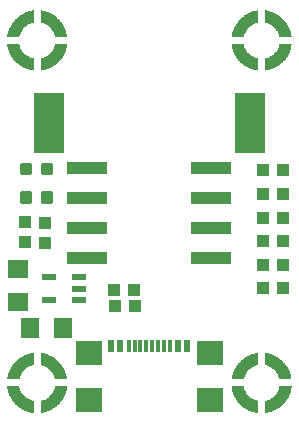
<source format=gbr>
G04 EAGLE Gerber RS-274X export*
G75*
%MOMM*%
%FSLAX34Y34*%
%LPD*%
%INSolderpaste Top*%
%IPPOS*%
%AMOC8*
5,1,8,0,0,1.08239X$1,22.5*%
G01*
%ADD10R,1.100000X1.000000*%
%ADD11R,1.200000X0.550000*%
%ADD12R,0.300000X1.000000*%
%ADD13R,0.600000X1.000000*%
%ADD14R,2.180000X2.000000*%
%ADD15R,2.540000X5.080000*%
%ADD16C,0.300000*%
%ADD17R,1.000000X1.100000*%
%ADD18R,3.510000X1.000000*%
%ADD19R,1.600000X1.800000*%
%ADD20R,1.800000X1.600000*%

G36*
X37046Y14583D02*
X37046Y14583D01*
X37040Y14593D01*
X37049Y14600D01*
X37049Y24800D01*
X37013Y24847D01*
X37010Y24845D01*
X37009Y24848D01*
X36461Y24948D01*
X35713Y25147D01*
X34916Y25396D01*
X34269Y25646D01*
X33571Y25945D01*
X32573Y26444D01*
X31876Y26842D01*
X31129Y27340D01*
X30330Y27939D01*
X29783Y28387D01*
X28586Y29583D01*
X27988Y30281D01*
X27490Y30929D01*
X26941Y31727D01*
X26493Y32473D01*
X25845Y33770D01*
X25447Y34766D01*
X25147Y35714D01*
X24948Y36461D01*
X24848Y37009D01*
X24805Y37049D01*
X24802Y37046D01*
X24800Y37049D01*
X14600Y37049D01*
X14553Y37013D01*
X14560Y37004D01*
X14551Y36996D01*
X14601Y36396D01*
X14603Y36394D01*
X14601Y36393D01*
X14701Y35743D01*
X14702Y35742D01*
X14701Y35742D01*
X14801Y35142D01*
X14802Y35141D01*
X14802Y35140D01*
X14952Y34390D01*
X14953Y34389D01*
X14952Y34388D01*
X15202Y33388D01*
X15204Y33387D01*
X15203Y33386D01*
X15503Y32386D01*
X15503Y32385D01*
X15803Y31435D01*
X15805Y31434D01*
X15804Y31432D01*
X16054Y30782D01*
X16354Y30032D01*
X16355Y30031D01*
X16355Y30030D01*
X16705Y29230D01*
X16707Y29229D01*
X16706Y29228D01*
X17106Y28428D01*
X17107Y28428D01*
X17107Y28427D01*
X17507Y27677D01*
X17507Y27676D01*
X17957Y26876D01*
X17958Y26875D01*
X17958Y26874D01*
X18358Y26224D01*
X18359Y26224D01*
X18359Y26223D01*
X18859Y25473D01*
X18860Y25472D01*
X18860Y25471D01*
X19360Y24771D01*
X19361Y24771D01*
X19361Y24770D01*
X19861Y24120D01*
X20411Y23420D01*
X20414Y23419D01*
X20414Y23417D01*
X20914Y22867D01*
X21514Y22217D01*
X21515Y22216D01*
X21515Y22215D01*
X22115Y21615D01*
X22117Y21615D01*
X22117Y21614D01*
X22817Y20964D01*
X23417Y20414D01*
X23420Y20413D01*
X23419Y20411D01*
X24369Y19661D01*
X24371Y19661D01*
X24371Y19660D01*
X25321Y18960D01*
X25323Y18960D01*
X25323Y18959D01*
X26073Y18459D01*
X26773Y18009D01*
X26775Y18009D01*
X26776Y18007D01*
X27476Y17607D01*
X27477Y17607D01*
X27477Y17606D01*
X28327Y17156D01*
X28328Y17157D01*
X28328Y17156D01*
X28828Y16906D01*
X28829Y16906D01*
X28829Y16905D01*
X29579Y16555D01*
X29580Y16556D01*
X29581Y16555D01*
X30281Y16255D01*
X30282Y16255D01*
X30282Y16254D01*
X31032Y15954D01*
X31033Y15955D01*
X31033Y15954D01*
X31733Y15704D01*
X31734Y15704D01*
X31734Y15703D01*
X32484Y15453D01*
X32487Y15454D01*
X32487Y15452D01*
X33987Y15052D01*
X33989Y15053D01*
X33989Y15052D01*
X34889Y14852D01*
X34891Y14853D01*
X34891Y14852D01*
X35741Y14702D01*
X35742Y14702D01*
X35743Y14701D01*
X36393Y14601D01*
X36395Y14603D01*
X36396Y14601D01*
X36996Y14551D01*
X37046Y14583D01*
G37*
G36*
X43604Y304601D02*
X43604Y304601D01*
X43606Y304603D01*
X43608Y304601D01*
X44258Y304701D01*
X44258Y304702D01*
X44258Y304701D01*
X44858Y304801D01*
X44859Y304802D01*
X44860Y304802D01*
X45610Y304952D01*
X45611Y304953D01*
X45612Y304952D01*
X46612Y305202D01*
X46613Y305204D01*
X46614Y305203D01*
X47614Y305503D01*
X47615Y305503D01*
X48565Y305803D01*
X48566Y305805D01*
X48568Y305804D01*
X49218Y306054D01*
X49968Y306354D01*
X49969Y306355D01*
X49970Y306355D01*
X50770Y306705D01*
X50771Y306707D01*
X50772Y306706D01*
X51572Y307106D01*
X51573Y307107D01*
X52323Y307507D01*
X52324Y307507D01*
X53124Y307957D01*
X53125Y307958D01*
X53126Y307958D01*
X53776Y308358D01*
X53776Y308359D01*
X53777Y308359D01*
X54527Y308859D01*
X54528Y308860D01*
X54529Y308860D01*
X55229Y309360D01*
X55229Y309361D01*
X55230Y309361D01*
X55880Y309861D01*
X56580Y310411D01*
X56581Y310414D01*
X56583Y310414D01*
X57133Y310914D01*
X57783Y311514D01*
X57784Y311515D01*
X57785Y311515D01*
X58385Y312115D01*
X58385Y312117D01*
X58386Y312117D01*
X59036Y312817D01*
X59586Y313417D01*
X59587Y313420D01*
X59589Y313419D01*
X60339Y314369D01*
X60339Y314371D01*
X60340Y314371D01*
X61040Y315321D01*
X61040Y315323D01*
X61041Y315323D01*
X61541Y316073D01*
X61991Y316773D01*
X61991Y316775D01*
X61993Y316776D01*
X62393Y317476D01*
X62393Y317477D01*
X62394Y317477D01*
X62844Y318327D01*
X62843Y318328D01*
X62844Y318328D01*
X63094Y318828D01*
X63094Y318829D01*
X63095Y318829D01*
X63445Y319579D01*
X63444Y319580D01*
X63445Y319581D01*
X63745Y320281D01*
X63745Y320282D01*
X63746Y320282D01*
X64046Y321032D01*
X64045Y321033D01*
X64046Y321033D01*
X64296Y321733D01*
X64296Y321734D01*
X64297Y321734D01*
X64547Y322484D01*
X64546Y322487D01*
X64548Y322487D01*
X64948Y323987D01*
X64947Y323989D01*
X64948Y323989D01*
X65148Y324889D01*
X65147Y324891D01*
X65149Y324891D01*
X65299Y325741D01*
X65298Y325742D01*
X65299Y325743D01*
X65399Y326393D01*
X65397Y326395D01*
X65399Y326396D01*
X65449Y326996D01*
X65417Y327046D01*
X65407Y327040D01*
X65400Y327049D01*
X55200Y327049D01*
X55153Y327013D01*
X55155Y327010D01*
X55152Y327009D01*
X55052Y326461D01*
X54853Y325713D01*
X54604Y324916D01*
X54354Y324269D01*
X54055Y323571D01*
X53556Y322573D01*
X53158Y321876D01*
X52660Y321129D01*
X52061Y320330D01*
X51613Y319783D01*
X50417Y318586D01*
X49719Y317988D01*
X49071Y317490D01*
X48273Y316941D01*
X47527Y316493D01*
X46230Y315845D01*
X45234Y315447D01*
X44286Y315147D01*
X43539Y314948D01*
X42991Y314848D01*
X42958Y314812D01*
X42953Y314808D01*
X42953Y314807D01*
X42951Y314805D01*
X42954Y314802D01*
X42951Y314800D01*
X42951Y304600D01*
X42987Y304553D01*
X42996Y304560D01*
X43004Y304551D01*
X43604Y304601D01*
G37*
G36*
X233604Y304601D02*
X233604Y304601D01*
X233606Y304603D01*
X233608Y304601D01*
X234258Y304701D01*
X234258Y304702D01*
X234258Y304701D01*
X234858Y304801D01*
X234859Y304802D01*
X234860Y304802D01*
X235610Y304952D01*
X235611Y304953D01*
X235612Y304952D01*
X236612Y305202D01*
X236613Y305204D01*
X236614Y305203D01*
X237614Y305503D01*
X237615Y305503D01*
X238565Y305803D01*
X238566Y305805D01*
X238568Y305804D01*
X239218Y306054D01*
X239968Y306354D01*
X239969Y306355D01*
X239970Y306355D01*
X240770Y306705D01*
X240771Y306707D01*
X240772Y306706D01*
X241572Y307106D01*
X241573Y307107D01*
X242323Y307507D01*
X242324Y307507D01*
X243124Y307957D01*
X243125Y307958D01*
X243126Y307958D01*
X243776Y308358D01*
X243776Y308359D01*
X243777Y308359D01*
X244527Y308859D01*
X244528Y308860D01*
X244529Y308860D01*
X245229Y309360D01*
X245229Y309361D01*
X245230Y309361D01*
X245880Y309861D01*
X246580Y310411D01*
X246581Y310414D01*
X246583Y310414D01*
X247133Y310914D01*
X247783Y311514D01*
X247784Y311515D01*
X247785Y311515D01*
X248385Y312115D01*
X248385Y312117D01*
X248386Y312117D01*
X249036Y312817D01*
X249586Y313417D01*
X249587Y313420D01*
X249589Y313419D01*
X250339Y314369D01*
X250339Y314371D01*
X250340Y314371D01*
X251040Y315321D01*
X251040Y315323D01*
X251041Y315323D01*
X251541Y316073D01*
X251991Y316773D01*
X251991Y316775D01*
X251993Y316776D01*
X252393Y317476D01*
X252393Y317477D01*
X252394Y317477D01*
X252844Y318327D01*
X252843Y318328D01*
X252844Y318328D01*
X253094Y318828D01*
X253094Y318829D01*
X253095Y318829D01*
X253445Y319579D01*
X253444Y319580D01*
X253445Y319581D01*
X253745Y320281D01*
X253745Y320282D01*
X253746Y320282D01*
X254046Y321032D01*
X254045Y321033D01*
X254046Y321033D01*
X254296Y321733D01*
X254296Y321734D01*
X254297Y321734D01*
X254547Y322484D01*
X254546Y322487D01*
X254548Y322487D01*
X254948Y323987D01*
X254947Y323989D01*
X254948Y323989D01*
X255148Y324889D01*
X255147Y324891D01*
X255149Y324891D01*
X255299Y325741D01*
X255298Y325742D01*
X255299Y325743D01*
X255399Y326393D01*
X255397Y326395D01*
X255399Y326396D01*
X255449Y326996D01*
X255417Y327046D01*
X255407Y327040D01*
X255400Y327049D01*
X245200Y327049D01*
X245153Y327013D01*
X245155Y327010D01*
X245152Y327009D01*
X245052Y326461D01*
X244853Y325713D01*
X244604Y324916D01*
X244354Y324269D01*
X244055Y323571D01*
X243556Y322573D01*
X243158Y321876D01*
X242660Y321129D01*
X242061Y320330D01*
X241613Y319783D01*
X240417Y318586D01*
X239719Y317988D01*
X239071Y317490D01*
X238273Y316941D01*
X237527Y316493D01*
X236230Y315845D01*
X235234Y315447D01*
X234286Y315147D01*
X233539Y314948D01*
X232991Y314848D01*
X232958Y314812D01*
X232953Y314808D01*
X232953Y314807D01*
X232951Y314805D01*
X232954Y314802D01*
X232951Y314800D01*
X232951Y304600D01*
X232987Y304553D01*
X232996Y304560D01*
X233004Y304551D01*
X233604Y304601D01*
G37*
G36*
X37046Y304583D02*
X37046Y304583D01*
X37040Y304593D01*
X37049Y304600D01*
X37049Y314800D01*
X37013Y314847D01*
X37010Y314845D01*
X37009Y314848D01*
X36461Y314948D01*
X35713Y315147D01*
X34916Y315396D01*
X34269Y315646D01*
X33571Y315945D01*
X32573Y316444D01*
X31876Y316842D01*
X31129Y317340D01*
X30330Y317939D01*
X29783Y318387D01*
X28586Y319583D01*
X27988Y320281D01*
X27490Y320929D01*
X26941Y321727D01*
X26493Y322473D01*
X25845Y323770D01*
X25447Y324766D01*
X25147Y325714D01*
X24948Y326461D01*
X24848Y327009D01*
X24805Y327049D01*
X24802Y327046D01*
X24800Y327049D01*
X14600Y327049D01*
X14553Y327013D01*
X14560Y327004D01*
X14551Y326996D01*
X14601Y326396D01*
X14603Y326394D01*
X14601Y326393D01*
X14701Y325743D01*
X14702Y325742D01*
X14701Y325742D01*
X14801Y325142D01*
X14802Y325141D01*
X14802Y325140D01*
X14952Y324390D01*
X14953Y324389D01*
X14952Y324388D01*
X15202Y323388D01*
X15204Y323387D01*
X15203Y323386D01*
X15503Y322386D01*
X15503Y322385D01*
X15803Y321435D01*
X15805Y321434D01*
X15804Y321432D01*
X16054Y320782D01*
X16354Y320032D01*
X16355Y320031D01*
X16355Y320030D01*
X16705Y319230D01*
X16707Y319229D01*
X16706Y319228D01*
X17106Y318428D01*
X17107Y318428D01*
X17107Y318427D01*
X17507Y317677D01*
X17507Y317676D01*
X17957Y316876D01*
X17958Y316875D01*
X17958Y316874D01*
X18358Y316224D01*
X18359Y316224D01*
X18359Y316223D01*
X18859Y315473D01*
X18860Y315472D01*
X18860Y315471D01*
X19360Y314771D01*
X19361Y314771D01*
X19361Y314770D01*
X19861Y314120D01*
X20411Y313420D01*
X20414Y313419D01*
X20414Y313417D01*
X20914Y312867D01*
X21514Y312217D01*
X21515Y312216D01*
X21515Y312215D01*
X22115Y311615D01*
X22117Y311615D01*
X22117Y311614D01*
X22817Y310964D01*
X23417Y310414D01*
X23420Y310413D01*
X23419Y310411D01*
X24369Y309661D01*
X24371Y309661D01*
X24371Y309660D01*
X25321Y308960D01*
X25323Y308960D01*
X25323Y308959D01*
X26073Y308459D01*
X26773Y308009D01*
X26775Y308009D01*
X26776Y308007D01*
X27476Y307607D01*
X27477Y307607D01*
X27477Y307606D01*
X28327Y307156D01*
X28328Y307157D01*
X28328Y307156D01*
X28828Y306906D01*
X28829Y306906D01*
X28829Y306905D01*
X29579Y306555D01*
X29580Y306556D01*
X29581Y306555D01*
X30281Y306255D01*
X30282Y306255D01*
X30282Y306254D01*
X31032Y305954D01*
X31033Y305955D01*
X31033Y305954D01*
X31733Y305704D01*
X31734Y305704D01*
X31734Y305703D01*
X32484Y305453D01*
X32487Y305454D01*
X32487Y305452D01*
X33987Y305052D01*
X33989Y305053D01*
X33989Y305052D01*
X34889Y304852D01*
X34891Y304853D01*
X34891Y304852D01*
X35741Y304702D01*
X35742Y304702D01*
X35743Y304701D01*
X36393Y304601D01*
X36395Y304603D01*
X36396Y304601D01*
X36996Y304551D01*
X37046Y304583D01*
G37*
G36*
X227046Y304583D02*
X227046Y304583D01*
X227040Y304593D01*
X227049Y304600D01*
X227049Y314800D01*
X227013Y314847D01*
X227010Y314845D01*
X227009Y314848D01*
X226461Y314948D01*
X225713Y315147D01*
X224916Y315396D01*
X224269Y315646D01*
X223571Y315945D01*
X222573Y316444D01*
X221876Y316842D01*
X221129Y317340D01*
X220330Y317939D01*
X219783Y318387D01*
X218586Y319583D01*
X217988Y320281D01*
X217490Y320929D01*
X216941Y321727D01*
X216493Y322473D01*
X215845Y323770D01*
X215447Y324766D01*
X215147Y325714D01*
X214948Y326461D01*
X214848Y327009D01*
X214805Y327049D01*
X214802Y327046D01*
X214800Y327049D01*
X204600Y327049D01*
X204553Y327013D01*
X204560Y327004D01*
X204551Y326996D01*
X204601Y326396D01*
X204603Y326394D01*
X204601Y326393D01*
X204701Y325743D01*
X204702Y325742D01*
X204701Y325742D01*
X204801Y325142D01*
X204802Y325141D01*
X204802Y325140D01*
X204952Y324390D01*
X204953Y324389D01*
X204952Y324388D01*
X205202Y323388D01*
X205204Y323387D01*
X205203Y323386D01*
X205503Y322386D01*
X205503Y322385D01*
X205803Y321435D01*
X205805Y321434D01*
X205804Y321432D01*
X206054Y320782D01*
X206354Y320032D01*
X206355Y320031D01*
X206355Y320030D01*
X206705Y319230D01*
X206707Y319229D01*
X206706Y319228D01*
X207106Y318428D01*
X207107Y318428D01*
X207107Y318427D01*
X207507Y317677D01*
X207507Y317676D01*
X207957Y316876D01*
X207958Y316875D01*
X207958Y316874D01*
X208358Y316224D01*
X208359Y316224D01*
X208359Y316223D01*
X208859Y315473D01*
X208860Y315472D01*
X208860Y315471D01*
X209360Y314771D01*
X209361Y314771D01*
X209361Y314770D01*
X209861Y314120D01*
X210411Y313420D01*
X210414Y313419D01*
X210414Y313417D01*
X210914Y312867D01*
X211514Y312217D01*
X211515Y312216D01*
X211515Y312215D01*
X212115Y311615D01*
X212117Y311615D01*
X212117Y311614D01*
X212817Y310964D01*
X213417Y310414D01*
X213420Y310413D01*
X213419Y310411D01*
X214369Y309661D01*
X214371Y309661D01*
X214371Y309660D01*
X215321Y308960D01*
X215323Y308960D01*
X215323Y308959D01*
X216073Y308459D01*
X216773Y308009D01*
X216775Y308009D01*
X216776Y308007D01*
X217476Y307607D01*
X217477Y307607D01*
X217477Y307606D01*
X218327Y307156D01*
X218328Y307157D01*
X218328Y307156D01*
X218828Y306906D01*
X218829Y306906D01*
X218829Y306905D01*
X219579Y306555D01*
X219580Y306556D01*
X219581Y306555D01*
X220281Y306255D01*
X220282Y306255D01*
X220282Y306254D01*
X221032Y305954D01*
X221033Y305955D01*
X221033Y305954D01*
X221733Y305704D01*
X221734Y305704D01*
X221734Y305703D01*
X222484Y305453D01*
X222487Y305454D01*
X222487Y305452D01*
X223987Y305052D01*
X223989Y305053D01*
X223989Y305052D01*
X224889Y304852D01*
X224891Y304853D01*
X224891Y304852D01*
X225741Y304702D01*
X225742Y304702D01*
X225743Y304701D01*
X226393Y304601D01*
X226395Y304603D01*
X226396Y304601D01*
X226996Y304551D01*
X227046Y304583D01*
G37*
G36*
X24847Y42987D02*
X24847Y42987D01*
X24845Y42990D01*
X24848Y42991D01*
X24948Y43539D01*
X25147Y44287D01*
X25396Y45084D01*
X25646Y45731D01*
X25945Y46429D01*
X26444Y47427D01*
X26842Y48124D01*
X27340Y48871D01*
X27939Y49670D01*
X28387Y50217D01*
X29583Y51414D01*
X30281Y52012D01*
X30929Y52510D01*
X31727Y53059D01*
X32473Y53507D01*
X33770Y54155D01*
X34766Y54554D01*
X35714Y54853D01*
X36461Y55052D01*
X37009Y55152D01*
X37049Y55195D01*
X37046Y55198D01*
X37049Y55200D01*
X37049Y65400D01*
X37013Y65447D01*
X37004Y65440D01*
X36996Y65449D01*
X36396Y65399D01*
X36394Y65397D01*
X36393Y65399D01*
X35743Y65299D01*
X35742Y65298D01*
X35742Y65299D01*
X35142Y65199D01*
X35141Y65198D01*
X35140Y65198D01*
X34390Y65048D01*
X34389Y65047D01*
X34388Y65048D01*
X33388Y64798D01*
X33387Y64796D01*
X33386Y64797D01*
X32386Y64497D01*
X32385Y64497D01*
X31435Y64197D01*
X31434Y64195D01*
X31432Y64196D01*
X30782Y63946D01*
X30032Y63646D01*
X30031Y63645D01*
X30030Y63645D01*
X29230Y63295D01*
X29229Y63293D01*
X29228Y63294D01*
X28428Y62894D01*
X28428Y62893D01*
X28427Y62893D01*
X27677Y62493D01*
X27676Y62493D01*
X26876Y62043D01*
X26875Y62042D01*
X26874Y62042D01*
X26224Y61642D01*
X26224Y61641D01*
X26223Y61641D01*
X25473Y61141D01*
X25472Y61140D01*
X25471Y61140D01*
X24771Y60640D01*
X24771Y60639D01*
X24770Y60639D01*
X24120Y60139D01*
X23420Y59589D01*
X23419Y59586D01*
X23417Y59586D01*
X22867Y59086D01*
X22217Y58486D01*
X22216Y58485D01*
X22215Y58485D01*
X21615Y57885D01*
X21615Y57883D01*
X21614Y57884D01*
X20964Y57184D01*
X20964Y57183D01*
X20414Y56583D01*
X20413Y56581D01*
X20411Y56581D01*
X19661Y55631D01*
X19661Y55629D01*
X19660Y55629D01*
X18960Y54679D01*
X18960Y54677D01*
X18959Y54677D01*
X18459Y53927D01*
X18009Y53227D01*
X18009Y53225D01*
X18007Y53224D01*
X17607Y52524D01*
X17607Y52523D01*
X17606Y52523D01*
X17156Y51673D01*
X17157Y51672D01*
X17156Y51672D01*
X16906Y51172D01*
X16906Y51171D01*
X16905Y51171D01*
X16555Y50421D01*
X16556Y50420D01*
X16555Y50419D01*
X16255Y49719D01*
X16255Y49718D01*
X16254Y49718D01*
X15954Y48968D01*
X15955Y48967D01*
X15954Y48967D01*
X15704Y48267D01*
X15704Y48266D01*
X15703Y48266D01*
X15453Y47516D01*
X15454Y47513D01*
X15452Y47513D01*
X15052Y46013D01*
X15053Y46011D01*
X15052Y46011D01*
X14852Y45111D01*
X14853Y45109D01*
X14852Y45109D01*
X14702Y44259D01*
X14702Y44258D01*
X14701Y44258D01*
X14601Y43608D01*
X14603Y43605D01*
X14601Y43604D01*
X14551Y43004D01*
X14583Y42954D01*
X14593Y42960D01*
X14600Y42951D01*
X24800Y42951D01*
X24847Y42987D01*
G37*
G36*
X214847Y42987D02*
X214847Y42987D01*
X214845Y42990D01*
X214848Y42991D01*
X214948Y43539D01*
X215147Y44287D01*
X215396Y45084D01*
X215646Y45731D01*
X215945Y46429D01*
X216444Y47427D01*
X216842Y48124D01*
X217340Y48871D01*
X217939Y49670D01*
X218387Y50217D01*
X219583Y51414D01*
X220281Y52012D01*
X220929Y52510D01*
X221727Y53059D01*
X222473Y53507D01*
X223770Y54155D01*
X224766Y54554D01*
X225714Y54853D01*
X226461Y55052D01*
X227009Y55152D01*
X227049Y55195D01*
X227046Y55198D01*
X227049Y55200D01*
X227049Y65400D01*
X227013Y65447D01*
X227004Y65440D01*
X226996Y65449D01*
X226396Y65399D01*
X226394Y65397D01*
X226393Y65399D01*
X225743Y65299D01*
X225742Y65298D01*
X225742Y65299D01*
X225142Y65199D01*
X225141Y65198D01*
X225140Y65198D01*
X224390Y65048D01*
X224389Y65047D01*
X224388Y65048D01*
X223388Y64798D01*
X223387Y64796D01*
X223386Y64797D01*
X222386Y64497D01*
X222385Y64497D01*
X221435Y64197D01*
X221434Y64195D01*
X221432Y64196D01*
X220782Y63946D01*
X220032Y63646D01*
X220031Y63645D01*
X220030Y63645D01*
X219230Y63295D01*
X219229Y63293D01*
X219228Y63294D01*
X218428Y62894D01*
X218428Y62893D01*
X218427Y62893D01*
X217677Y62493D01*
X217676Y62493D01*
X216876Y62043D01*
X216875Y62042D01*
X216874Y62042D01*
X216224Y61642D01*
X216224Y61641D01*
X216223Y61641D01*
X215473Y61141D01*
X215472Y61140D01*
X215471Y61140D01*
X214771Y60640D01*
X214771Y60639D01*
X214770Y60639D01*
X214120Y60139D01*
X213420Y59589D01*
X213419Y59586D01*
X213417Y59586D01*
X212867Y59086D01*
X212217Y58486D01*
X212216Y58485D01*
X212215Y58485D01*
X211615Y57885D01*
X211615Y57883D01*
X211614Y57884D01*
X210964Y57184D01*
X210964Y57183D01*
X210414Y56583D01*
X210413Y56581D01*
X210411Y56581D01*
X209661Y55631D01*
X209661Y55629D01*
X209660Y55629D01*
X208960Y54679D01*
X208960Y54677D01*
X208959Y54677D01*
X208459Y53927D01*
X208009Y53227D01*
X208009Y53225D01*
X208007Y53224D01*
X207607Y52524D01*
X207607Y52523D01*
X207606Y52523D01*
X207156Y51673D01*
X207157Y51672D01*
X207156Y51672D01*
X206906Y51172D01*
X206906Y51171D01*
X206905Y51171D01*
X206555Y50421D01*
X206556Y50420D01*
X206555Y50419D01*
X206255Y49719D01*
X206255Y49718D01*
X206254Y49718D01*
X205954Y48968D01*
X205955Y48967D01*
X205954Y48967D01*
X205704Y48267D01*
X205704Y48266D01*
X205703Y48266D01*
X205453Y47516D01*
X205454Y47513D01*
X205452Y47513D01*
X205052Y46013D01*
X205053Y46011D01*
X205052Y46011D01*
X204852Y45111D01*
X204853Y45109D01*
X204852Y45109D01*
X204702Y44259D01*
X204702Y44258D01*
X204701Y44258D01*
X204601Y43608D01*
X204603Y43605D01*
X204601Y43604D01*
X204551Y43004D01*
X204583Y42954D01*
X204593Y42960D01*
X204600Y42951D01*
X214800Y42951D01*
X214847Y42987D01*
G37*
G36*
X255447Y332987D02*
X255447Y332987D01*
X255440Y332996D01*
X255449Y333004D01*
X255399Y333604D01*
X255397Y333606D01*
X255399Y333608D01*
X255299Y334258D01*
X255298Y334258D01*
X255299Y334258D01*
X255199Y334858D01*
X255198Y334859D01*
X255198Y334860D01*
X255048Y335610D01*
X255047Y335611D01*
X255048Y335612D01*
X254798Y336612D01*
X254796Y336613D01*
X254797Y336614D01*
X254497Y337614D01*
X254497Y337615D01*
X254197Y338565D01*
X254195Y338566D01*
X254196Y338568D01*
X253946Y339218D01*
X253646Y339968D01*
X253645Y339969D01*
X253645Y339970D01*
X253295Y340770D01*
X253293Y340771D01*
X253294Y340772D01*
X252894Y341572D01*
X252893Y341573D01*
X252493Y342323D01*
X252493Y342324D01*
X252043Y343124D01*
X252042Y343125D01*
X252042Y343126D01*
X251642Y343776D01*
X251641Y343776D01*
X251641Y343777D01*
X251141Y344527D01*
X251140Y344528D01*
X251140Y344529D01*
X250640Y345229D01*
X250639Y345229D01*
X250639Y345230D01*
X250139Y345880D01*
X249589Y346580D01*
X249586Y346581D01*
X249586Y346583D01*
X249086Y347133D01*
X248486Y347783D01*
X248485Y347784D01*
X248485Y347785D01*
X247885Y348385D01*
X247883Y348385D01*
X247884Y348386D01*
X247184Y349036D01*
X247183Y349036D01*
X246583Y349586D01*
X246581Y349587D01*
X246581Y349589D01*
X245631Y350339D01*
X245629Y350339D01*
X245629Y350340D01*
X244679Y351040D01*
X244677Y351040D01*
X244677Y351041D01*
X243927Y351541D01*
X243227Y351991D01*
X243225Y351991D01*
X243224Y351993D01*
X242524Y352393D01*
X242523Y352393D01*
X242523Y352394D01*
X241673Y352844D01*
X241672Y352843D01*
X241672Y352844D01*
X241172Y353094D01*
X241171Y353094D01*
X241171Y353095D01*
X240421Y353445D01*
X240420Y353444D01*
X240419Y353445D01*
X239719Y353745D01*
X239718Y353745D01*
X239718Y353746D01*
X238968Y354046D01*
X238967Y354045D01*
X238967Y354046D01*
X238267Y354296D01*
X238266Y354296D01*
X238266Y354297D01*
X237516Y354547D01*
X237513Y354546D01*
X237513Y354548D01*
X236013Y354948D01*
X236011Y354947D01*
X236011Y354948D01*
X235111Y355148D01*
X235109Y355147D01*
X235109Y355149D01*
X234259Y355299D01*
X234258Y355298D01*
X234258Y355299D01*
X233608Y355399D01*
X233605Y355397D01*
X233604Y355399D01*
X233004Y355449D01*
X232954Y355417D01*
X232960Y355407D01*
X232951Y355400D01*
X232951Y345200D01*
X232987Y345153D01*
X232990Y345155D01*
X232991Y345152D01*
X233539Y345052D01*
X234287Y344853D01*
X235084Y344604D01*
X235731Y344354D01*
X236429Y344055D01*
X237427Y343556D01*
X238124Y343158D01*
X238871Y342660D01*
X239670Y342061D01*
X240217Y341613D01*
X241414Y340417D01*
X242012Y339719D01*
X242510Y339071D01*
X243059Y338273D01*
X243507Y337527D01*
X244155Y336230D01*
X244554Y335234D01*
X244853Y334286D01*
X245052Y333539D01*
X245152Y332991D01*
X245195Y332951D01*
X245198Y332954D01*
X245200Y332951D01*
X255400Y332951D01*
X255447Y332987D01*
G37*
G36*
X65447Y332987D02*
X65447Y332987D01*
X65440Y332996D01*
X65449Y333004D01*
X65399Y333604D01*
X65397Y333606D01*
X65399Y333608D01*
X65299Y334258D01*
X65298Y334258D01*
X65299Y334258D01*
X65199Y334858D01*
X65198Y334859D01*
X65198Y334860D01*
X65048Y335610D01*
X65047Y335611D01*
X65048Y335612D01*
X64798Y336612D01*
X64796Y336613D01*
X64797Y336614D01*
X64497Y337614D01*
X64497Y337615D01*
X64197Y338565D01*
X64195Y338566D01*
X64196Y338568D01*
X63946Y339218D01*
X63646Y339968D01*
X63645Y339969D01*
X63645Y339970D01*
X63295Y340770D01*
X63293Y340771D01*
X63294Y340772D01*
X62894Y341572D01*
X62893Y341573D01*
X62493Y342323D01*
X62493Y342324D01*
X62043Y343124D01*
X62042Y343125D01*
X62042Y343126D01*
X61642Y343776D01*
X61641Y343776D01*
X61641Y343777D01*
X61141Y344527D01*
X61140Y344528D01*
X61140Y344529D01*
X60640Y345229D01*
X60639Y345229D01*
X60639Y345230D01*
X60139Y345880D01*
X59589Y346580D01*
X59586Y346581D01*
X59586Y346583D01*
X59086Y347133D01*
X58486Y347783D01*
X58485Y347784D01*
X58485Y347785D01*
X57885Y348385D01*
X57883Y348385D01*
X57884Y348386D01*
X57184Y349036D01*
X57183Y349036D01*
X56583Y349586D01*
X56581Y349587D01*
X56581Y349589D01*
X55631Y350339D01*
X55629Y350339D01*
X55629Y350340D01*
X54679Y351040D01*
X54677Y351040D01*
X54677Y351041D01*
X53927Y351541D01*
X53227Y351991D01*
X53225Y351991D01*
X53224Y351993D01*
X52524Y352393D01*
X52523Y352393D01*
X52523Y352394D01*
X51673Y352844D01*
X51672Y352843D01*
X51672Y352844D01*
X51172Y353094D01*
X51171Y353094D01*
X51171Y353095D01*
X50421Y353445D01*
X50420Y353444D01*
X50419Y353445D01*
X49719Y353745D01*
X49718Y353745D01*
X49718Y353746D01*
X48968Y354046D01*
X48967Y354045D01*
X48967Y354046D01*
X48267Y354296D01*
X48266Y354296D01*
X48266Y354297D01*
X47516Y354547D01*
X47513Y354546D01*
X47513Y354548D01*
X46013Y354948D01*
X46011Y354947D01*
X46011Y354948D01*
X45111Y355148D01*
X45109Y355147D01*
X45109Y355149D01*
X44259Y355299D01*
X44258Y355298D01*
X44258Y355299D01*
X43608Y355399D01*
X43605Y355397D01*
X43604Y355399D01*
X43004Y355449D01*
X42954Y355417D01*
X42960Y355407D01*
X42951Y355400D01*
X42951Y345200D01*
X42987Y345153D01*
X42990Y345155D01*
X42991Y345152D01*
X43539Y345052D01*
X44287Y344853D01*
X45084Y344604D01*
X45731Y344354D01*
X46429Y344055D01*
X47427Y343556D01*
X48124Y343158D01*
X48871Y342660D01*
X49670Y342061D01*
X50217Y341613D01*
X51414Y340417D01*
X52012Y339719D01*
X52510Y339071D01*
X53059Y338273D01*
X53507Y337527D01*
X54155Y336230D01*
X54554Y335234D01*
X54853Y334286D01*
X55052Y333539D01*
X55152Y332991D01*
X55195Y332951D01*
X55198Y332954D01*
X55200Y332951D01*
X65400Y332951D01*
X65447Y332987D01*
G37*
G36*
X214847Y332987D02*
X214847Y332987D01*
X214845Y332990D01*
X214848Y332991D01*
X214948Y333539D01*
X215147Y334287D01*
X215396Y335084D01*
X215646Y335731D01*
X215945Y336429D01*
X216444Y337427D01*
X216842Y338124D01*
X217340Y338871D01*
X217939Y339670D01*
X218387Y340217D01*
X219583Y341414D01*
X220281Y342012D01*
X220929Y342510D01*
X221727Y343059D01*
X222473Y343507D01*
X223770Y344155D01*
X224766Y344554D01*
X225714Y344853D01*
X226461Y345052D01*
X227009Y345152D01*
X227049Y345195D01*
X227046Y345198D01*
X227049Y345200D01*
X227049Y355400D01*
X227013Y355447D01*
X227004Y355440D01*
X226996Y355449D01*
X226396Y355399D01*
X226394Y355397D01*
X226393Y355399D01*
X225743Y355299D01*
X225742Y355298D01*
X225742Y355299D01*
X225142Y355199D01*
X225141Y355198D01*
X225140Y355198D01*
X224390Y355048D01*
X224389Y355047D01*
X224388Y355048D01*
X223388Y354798D01*
X223387Y354796D01*
X223386Y354797D01*
X222386Y354497D01*
X222385Y354497D01*
X221435Y354197D01*
X221434Y354195D01*
X221432Y354196D01*
X220782Y353946D01*
X220032Y353646D01*
X220031Y353645D01*
X220030Y353645D01*
X219230Y353295D01*
X219229Y353293D01*
X219228Y353294D01*
X218428Y352894D01*
X218428Y352893D01*
X218427Y352893D01*
X217677Y352493D01*
X217676Y352493D01*
X216876Y352043D01*
X216875Y352042D01*
X216874Y352042D01*
X216224Y351642D01*
X216224Y351641D01*
X216223Y351641D01*
X215473Y351141D01*
X215472Y351140D01*
X215471Y351140D01*
X214771Y350640D01*
X214771Y350639D01*
X214770Y350639D01*
X214120Y350139D01*
X213420Y349589D01*
X213419Y349586D01*
X213417Y349586D01*
X212867Y349086D01*
X212217Y348486D01*
X212216Y348485D01*
X212215Y348485D01*
X211615Y347885D01*
X211615Y347883D01*
X211614Y347884D01*
X210964Y347184D01*
X210964Y347183D01*
X210414Y346583D01*
X210413Y346581D01*
X210411Y346581D01*
X209661Y345631D01*
X209661Y345629D01*
X209660Y345629D01*
X208960Y344679D01*
X208960Y344677D01*
X208959Y344677D01*
X208459Y343927D01*
X208009Y343227D01*
X208009Y343225D01*
X208007Y343224D01*
X207607Y342524D01*
X207607Y342523D01*
X207606Y342523D01*
X207156Y341673D01*
X207157Y341672D01*
X207156Y341672D01*
X206906Y341172D01*
X206906Y341171D01*
X206905Y341171D01*
X206555Y340421D01*
X206556Y340420D01*
X206555Y340419D01*
X206255Y339719D01*
X206255Y339718D01*
X206254Y339718D01*
X205954Y338968D01*
X205955Y338967D01*
X205954Y338967D01*
X205704Y338267D01*
X205704Y338266D01*
X205703Y338266D01*
X205453Y337516D01*
X205454Y337513D01*
X205452Y337513D01*
X205052Y336013D01*
X205053Y336011D01*
X205052Y336011D01*
X204852Y335111D01*
X204853Y335109D01*
X204852Y335109D01*
X204702Y334259D01*
X204702Y334258D01*
X204701Y334258D01*
X204601Y333608D01*
X204603Y333605D01*
X204601Y333604D01*
X204551Y333004D01*
X204583Y332954D01*
X204593Y332960D01*
X204600Y332951D01*
X214800Y332951D01*
X214847Y332987D01*
G37*
G36*
X24847Y332987D02*
X24847Y332987D01*
X24845Y332990D01*
X24848Y332991D01*
X24948Y333539D01*
X25147Y334287D01*
X25396Y335084D01*
X25646Y335731D01*
X25945Y336429D01*
X26444Y337427D01*
X26842Y338124D01*
X27340Y338871D01*
X27939Y339670D01*
X28387Y340217D01*
X29583Y341414D01*
X30281Y342012D01*
X30929Y342510D01*
X31727Y343059D01*
X32473Y343507D01*
X33770Y344155D01*
X34766Y344554D01*
X35714Y344853D01*
X36461Y345052D01*
X37009Y345152D01*
X37049Y345195D01*
X37046Y345198D01*
X37049Y345200D01*
X37049Y355400D01*
X37013Y355447D01*
X37004Y355440D01*
X36996Y355449D01*
X36396Y355399D01*
X36394Y355397D01*
X36393Y355399D01*
X35743Y355299D01*
X35742Y355298D01*
X35742Y355299D01*
X35142Y355199D01*
X35141Y355198D01*
X35140Y355198D01*
X34390Y355048D01*
X34389Y355047D01*
X34388Y355048D01*
X33388Y354798D01*
X33387Y354796D01*
X33386Y354797D01*
X32386Y354497D01*
X32385Y354497D01*
X31435Y354197D01*
X31434Y354195D01*
X31432Y354196D01*
X30782Y353946D01*
X30032Y353646D01*
X30031Y353645D01*
X30030Y353645D01*
X29230Y353295D01*
X29229Y353293D01*
X29228Y353294D01*
X28428Y352894D01*
X28428Y352893D01*
X28427Y352893D01*
X27677Y352493D01*
X27676Y352493D01*
X26876Y352043D01*
X26875Y352042D01*
X26874Y352042D01*
X26224Y351642D01*
X26224Y351641D01*
X26223Y351641D01*
X25473Y351141D01*
X25472Y351140D01*
X25471Y351140D01*
X24771Y350640D01*
X24771Y350639D01*
X24770Y350639D01*
X24120Y350139D01*
X23420Y349589D01*
X23419Y349586D01*
X23417Y349586D01*
X22867Y349086D01*
X22217Y348486D01*
X22216Y348485D01*
X22215Y348485D01*
X21615Y347885D01*
X21615Y347883D01*
X21614Y347884D01*
X20964Y347184D01*
X20964Y347183D01*
X20414Y346583D01*
X20413Y346581D01*
X20411Y346581D01*
X19661Y345631D01*
X19661Y345629D01*
X19660Y345629D01*
X18960Y344679D01*
X18960Y344677D01*
X18959Y344677D01*
X18459Y343927D01*
X18009Y343227D01*
X18009Y343225D01*
X18007Y343224D01*
X17607Y342524D01*
X17607Y342523D01*
X17606Y342523D01*
X17156Y341673D01*
X17157Y341672D01*
X17156Y341672D01*
X16906Y341172D01*
X16906Y341171D01*
X16905Y341171D01*
X16555Y340421D01*
X16556Y340420D01*
X16555Y340419D01*
X16255Y339719D01*
X16255Y339718D01*
X16254Y339718D01*
X15954Y338968D01*
X15955Y338967D01*
X15954Y338967D01*
X15704Y338267D01*
X15704Y338266D01*
X15703Y338266D01*
X15453Y337516D01*
X15454Y337513D01*
X15452Y337513D01*
X15052Y336013D01*
X15053Y336011D01*
X15052Y336011D01*
X14852Y335111D01*
X14853Y335109D01*
X14852Y335109D01*
X14702Y334259D01*
X14702Y334258D01*
X14701Y334258D01*
X14601Y333608D01*
X14603Y333605D01*
X14601Y333604D01*
X14551Y333004D01*
X14583Y332954D01*
X14593Y332960D01*
X14600Y332951D01*
X24800Y332951D01*
X24847Y332987D01*
G37*
G36*
X233604Y14601D02*
X233604Y14601D01*
X233606Y14603D01*
X233608Y14601D01*
X234258Y14701D01*
X234258Y14702D01*
X234258Y14701D01*
X234858Y14801D01*
X234859Y14802D01*
X234860Y14802D01*
X235610Y14952D01*
X235611Y14953D01*
X235612Y14952D01*
X236612Y15202D01*
X236613Y15204D01*
X236614Y15203D01*
X237614Y15503D01*
X237615Y15503D01*
X238565Y15803D01*
X238566Y15805D01*
X238568Y15804D01*
X239218Y16054D01*
X239968Y16354D01*
X239969Y16355D01*
X239970Y16355D01*
X240770Y16705D01*
X240771Y16707D01*
X240772Y16706D01*
X241572Y17106D01*
X241573Y17107D01*
X242323Y17507D01*
X242324Y17507D01*
X243124Y17957D01*
X243125Y17958D01*
X243126Y17958D01*
X243776Y18358D01*
X243776Y18359D01*
X243777Y18359D01*
X244527Y18859D01*
X244528Y18860D01*
X244529Y18860D01*
X245229Y19360D01*
X245229Y19361D01*
X245230Y19361D01*
X245880Y19861D01*
X246580Y20411D01*
X246581Y20414D01*
X246583Y20414D01*
X247133Y20914D01*
X247783Y21514D01*
X247784Y21515D01*
X247785Y21515D01*
X248385Y22115D01*
X248385Y22117D01*
X248386Y22117D01*
X249036Y22817D01*
X249586Y23417D01*
X249587Y23420D01*
X249589Y23419D01*
X250339Y24369D01*
X250339Y24371D01*
X250340Y24371D01*
X251040Y25321D01*
X251040Y25323D01*
X251041Y25323D01*
X251541Y26073D01*
X251991Y26773D01*
X251991Y26775D01*
X251993Y26776D01*
X252393Y27476D01*
X252393Y27477D01*
X252394Y27477D01*
X252844Y28327D01*
X252843Y28328D01*
X252844Y28328D01*
X253094Y28828D01*
X253094Y28829D01*
X253095Y28829D01*
X253445Y29579D01*
X253444Y29580D01*
X253445Y29581D01*
X253745Y30281D01*
X253745Y30282D01*
X253746Y30282D01*
X254046Y31032D01*
X254045Y31033D01*
X254046Y31033D01*
X254296Y31733D01*
X254296Y31734D01*
X254297Y31734D01*
X254547Y32484D01*
X254546Y32487D01*
X254548Y32487D01*
X254948Y33987D01*
X254947Y33989D01*
X254948Y33989D01*
X255148Y34889D01*
X255147Y34891D01*
X255149Y34891D01*
X255299Y35741D01*
X255298Y35742D01*
X255299Y35743D01*
X255399Y36393D01*
X255397Y36395D01*
X255399Y36396D01*
X255449Y36996D01*
X255417Y37046D01*
X255407Y37040D01*
X255400Y37049D01*
X245200Y37049D01*
X245153Y37013D01*
X245155Y37010D01*
X245152Y37009D01*
X245052Y36461D01*
X244853Y35713D01*
X244604Y34916D01*
X244354Y34269D01*
X244055Y33571D01*
X243556Y32573D01*
X243158Y31876D01*
X242660Y31129D01*
X242061Y30330D01*
X241613Y29783D01*
X240417Y28586D01*
X239719Y27988D01*
X239071Y27490D01*
X238273Y26941D01*
X237527Y26493D01*
X236230Y25845D01*
X235234Y25447D01*
X234286Y25147D01*
X233539Y24948D01*
X232991Y24848D01*
X232958Y24812D01*
X232953Y24808D01*
X232953Y24807D01*
X232951Y24805D01*
X232954Y24802D01*
X232951Y24800D01*
X232951Y14600D01*
X232987Y14553D01*
X232996Y14560D01*
X233004Y14551D01*
X233604Y14601D01*
G37*
G36*
X227046Y14583D02*
X227046Y14583D01*
X227040Y14593D01*
X227049Y14600D01*
X227049Y24800D01*
X227013Y24847D01*
X227010Y24845D01*
X227009Y24848D01*
X226461Y24948D01*
X225713Y25147D01*
X224916Y25396D01*
X224269Y25646D01*
X223571Y25945D01*
X222573Y26444D01*
X221876Y26842D01*
X221129Y27340D01*
X220330Y27939D01*
X219783Y28387D01*
X218586Y29583D01*
X217988Y30281D01*
X217490Y30929D01*
X216941Y31727D01*
X216493Y32473D01*
X215845Y33770D01*
X215447Y34766D01*
X215147Y35714D01*
X214948Y36461D01*
X214848Y37009D01*
X214805Y37049D01*
X214802Y37046D01*
X214800Y37049D01*
X204600Y37049D01*
X204553Y37013D01*
X204560Y37004D01*
X204551Y36996D01*
X204601Y36396D01*
X204603Y36394D01*
X204601Y36393D01*
X204701Y35743D01*
X204702Y35742D01*
X204701Y35742D01*
X204801Y35142D01*
X204802Y35141D01*
X204802Y35140D01*
X204952Y34390D01*
X204953Y34389D01*
X204952Y34388D01*
X205202Y33388D01*
X205204Y33387D01*
X205203Y33386D01*
X205503Y32386D01*
X205503Y32385D01*
X205803Y31435D01*
X205805Y31434D01*
X205804Y31432D01*
X206054Y30782D01*
X206354Y30032D01*
X206355Y30031D01*
X206355Y30030D01*
X206705Y29230D01*
X206707Y29229D01*
X206706Y29228D01*
X207106Y28428D01*
X207107Y28428D01*
X207107Y28427D01*
X207507Y27677D01*
X207507Y27676D01*
X207957Y26876D01*
X207958Y26875D01*
X207958Y26874D01*
X208358Y26224D01*
X208359Y26224D01*
X208359Y26223D01*
X208859Y25473D01*
X208860Y25472D01*
X208860Y25471D01*
X209360Y24771D01*
X209361Y24771D01*
X209361Y24770D01*
X209861Y24120D01*
X210411Y23420D01*
X210414Y23419D01*
X210414Y23417D01*
X210914Y22867D01*
X211514Y22217D01*
X211515Y22216D01*
X211515Y22215D01*
X212115Y21615D01*
X212117Y21615D01*
X212117Y21614D01*
X212817Y20964D01*
X213417Y20414D01*
X213420Y20413D01*
X213419Y20411D01*
X214369Y19661D01*
X214371Y19661D01*
X214371Y19660D01*
X215321Y18960D01*
X215323Y18960D01*
X215323Y18959D01*
X216073Y18459D01*
X216773Y18009D01*
X216775Y18009D01*
X216776Y18007D01*
X217476Y17607D01*
X217477Y17607D01*
X217477Y17606D01*
X218327Y17156D01*
X218328Y17157D01*
X218328Y17156D01*
X218828Y16906D01*
X218829Y16906D01*
X218829Y16905D01*
X219579Y16555D01*
X219580Y16556D01*
X219581Y16555D01*
X220281Y16255D01*
X220282Y16255D01*
X220282Y16254D01*
X221032Y15954D01*
X221033Y15955D01*
X221033Y15954D01*
X221733Y15704D01*
X221734Y15704D01*
X221734Y15703D01*
X222484Y15453D01*
X222487Y15454D01*
X222487Y15452D01*
X223987Y15052D01*
X223989Y15053D01*
X223989Y15052D01*
X224889Y14852D01*
X224891Y14853D01*
X224891Y14852D01*
X225741Y14702D01*
X225742Y14702D01*
X225743Y14701D01*
X226393Y14601D01*
X226395Y14603D01*
X226396Y14601D01*
X226996Y14551D01*
X227046Y14583D01*
G37*
G36*
X43604Y14601D02*
X43604Y14601D01*
X43606Y14603D01*
X43608Y14601D01*
X44258Y14701D01*
X44258Y14702D01*
X44258Y14701D01*
X44858Y14801D01*
X44859Y14802D01*
X44860Y14802D01*
X45610Y14952D01*
X45611Y14953D01*
X45612Y14952D01*
X46612Y15202D01*
X46613Y15204D01*
X46614Y15203D01*
X47614Y15503D01*
X47615Y15503D01*
X48565Y15803D01*
X48566Y15805D01*
X48568Y15804D01*
X49218Y16054D01*
X49968Y16354D01*
X49969Y16355D01*
X49970Y16355D01*
X50770Y16705D01*
X50771Y16707D01*
X50772Y16706D01*
X51572Y17106D01*
X51573Y17107D01*
X52323Y17507D01*
X52324Y17507D01*
X53124Y17957D01*
X53125Y17958D01*
X53126Y17958D01*
X53776Y18358D01*
X53776Y18359D01*
X53777Y18359D01*
X54527Y18859D01*
X54528Y18860D01*
X54529Y18860D01*
X55229Y19360D01*
X55229Y19361D01*
X55230Y19361D01*
X55880Y19861D01*
X56580Y20411D01*
X56581Y20414D01*
X56583Y20414D01*
X57133Y20914D01*
X57783Y21514D01*
X57784Y21515D01*
X57785Y21515D01*
X58385Y22115D01*
X58385Y22117D01*
X58386Y22117D01*
X59036Y22817D01*
X59586Y23417D01*
X59587Y23420D01*
X59589Y23419D01*
X60339Y24369D01*
X60339Y24371D01*
X60340Y24371D01*
X61040Y25321D01*
X61040Y25323D01*
X61041Y25323D01*
X61541Y26073D01*
X61991Y26773D01*
X61991Y26775D01*
X61993Y26776D01*
X62393Y27476D01*
X62393Y27477D01*
X62394Y27477D01*
X62844Y28327D01*
X62843Y28328D01*
X62844Y28328D01*
X63094Y28828D01*
X63094Y28829D01*
X63095Y28829D01*
X63445Y29579D01*
X63444Y29580D01*
X63445Y29581D01*
X63745Y30281D01*
X63745Y30282D01*
X63746Y30282D01*
X64046Y31032D01*
X64045Y31033D01*
X64046Y31033D01*
X64296Y31733D01*
X64296Y31734D01*
X64297Y31734D01*
X64547Y32484D01*
X64546Y32487D01*
X64548Y32487D01*
X64948Y33987D01*
X64947Y33989D01*
X64948Y33989D01*
X65148Y34889D01*
X65147Y34891D01*
X65149Y34891D01*
X65299Y35741D01*
X65298Y35742D01*
X65299Y35743D01*
X65399Y36393D01*
X65397Y36395D01*
X65399Y36396D01*
X65449Y36996D01*
X65417Y37046D01*
X65407Y37040D01*
X65400Y37049D01*
X55200Y37049D01*
X55153Y37013D01*
X55155Y37010D01*
X55152Y37009D01*
X55052Y36461D01*
X54853Y35713D01*
X54604Y34916D01*
X54354Y34269D01*
X54055Y33571D01*
X53556Y32573D01*
X53158Y31876D01*
X52660Y31129D01*
X52061Y30330D01*
X51613Y29783D01*
X50417Y28586D01*
X49719Y27988D01*
X49071Y27490D01*
X48273Y26941D01*
X47527Y26493D01*
X46230Y25845D01*
X45234Y25447D01*
X44286Y25147D01*
X43539Y24948D01*
X42991Y24848D01*
X42958Y24812D01*
X42953Y24808D01*
X42953Y24807D01*
X42951Y24805D01*
X42954Y24802D01*
X42951Y24800D01*
X42951Y14600D01*
X42987Y14553D01*
X42996Y14560D01*
X43004Y14551D01*
X43604Y14601D01*
G37*
G36*
X255447Y42987D02*
X255447Y42987D01*
X255440Y42996D01*
X255449Y43004D01*
X255399Y43604D01*
X255397Y43606D01*
X255399Y43608D01*
X255299Y44258D01*
X255298Y44258D01*
X255299Y44258D01*
X255199Y44858D01*
X255198Y44859D01*
X255198Y44860D01*
X255048Y45610D01*
X255047Y45611D01*
X255048Y45612D01*
X254798Y46612D01*
X254796Y46613D01*
X254797Y46614D01*
X254497Y47614D01*
X254497Y47615D01*
X254197Y48565D01*
X254195Y48566D01*
X254196Y48568D01*
X253946Y49218D01*
X253646Y49968D01*
X253645Y49969D01*
X253645Y49970D01*
X253295Y50770D01*
X253293Y50771D01*
X253294Y50772D01*
X252894Y51572D01*
X252893Y51573D01*
X252493Y52323D01*
X252493Y52324D01*
X252043Y53124D01*
X252042Y53125D01*
X252042Y53126D01*
X251642Y53776D01*
X251641Y53776D01*
X251641Y53777D01*
X251141Y54527D01*
X251140Y54528D01*
X251140Y54529D01*
X250640Y55229D01*
X250639Y55229D01*
X250639Y55230D01*
X250139Y55880D01*
X249589Y56580D01*
X249586Y56581D01*
X249586Y56583D01*
X249086Y57133D01*
X248486Y57783D01*
X248485Y57784D01*
X248485Y57785D01*
X247885Y58385D01*
X247883Y58385D01*
X247884Y58386D01*
X247184Y59036D01*
X247183Y59036D01*
X246583Y59586D01*
X246581Y59587D01*
X246581Y59589D01*
X245631Y60339D01*
X245629Y60339D01*
X245629Y60340D01*
X244679Y61040D01*
X244677Y61040D01*
X244677Y61041D01*
X243927Y61541D01*
X243227Y61991D01*
X243225Y61991D01*
X243224Y61993D01*
X242524Y62393D01*
X242523Y62393D01*
X242523Y62394D01*
X241673Y62844D01*
X241672Y62843D01*
X241672Y62844D01*
X241172Y63094D01*
X241171Y63094D01*
X241171Y63095D01*
X240421Y63445D01*
X240420Y63444D01*
X240419Y63445D01*
X239719Y63745D01*
X239718Y63745D01*
X239718Y63746D01*
X238968Y64046D01*
X238967Y64045D01*
X238967Y64046D01*
X238267Y64296D01*
X238266Y64296D01*
X238266Y64297D01*
X237516Y64547D01*
X237513Y64546D01*
X237513Y64548D01*
X236013Y64948D01*
X236011Y64947D01*
X236011Y64948D01*
X235111Y65148D01*
X235109Y65147D01*
X235109Y65149D01*
X234259Y65299D01*
X234258Y65298D01*
X234258Y65299D01*
X233608Y65399D01*
X233605Y65397D01*
X233604Y65399D01*
X233004Y65449D01*
X232954Y65417D01*
X232960Y65407D01*
X232951Y65400D01*
X232951Y55200D01*
X232987Y55153D01*
X232990Y55155D01*
X232991Y55152D01*
X233539Y55052D01*
X234287Y54853D01*
X235084Y54604D01*
X235731Y54354D01*
X236429Y54055D01*
X237427Y53556D01*
X238124Y53158D01*
X238871Y52660D01*
X239670Y52061D01*
X240217Y51613D01*
X241414Y50417D01*
X242012Y49719D01*
X242510Y49071D01*
X243059Y48273D01*
X243507Y47527D01*
X244155Y46230D01*
X244554Y45234D01*
X244853Y44286D01*
X245052Y43539D01*
X245152Y42991D01*
X245195Y42951D01*
X245198Y42954D01*
X245200Y42951D01*
X255400Y42951D01*
X255447Y42987D01*
G37*
G36*
X65447Y42987D02*
X65447Y42987D01*
X65440Y42996D01*
X65449Y43004D01*
X65399Y43604D01*
X65397Y43606D01*
X65399Y43608D01*
X65299Y44258D01*
X65298Y44258D01*
X65299Y44258D01*
X65199Y44858D01*
X65198Y44859D01*
X65198Y44860D01*
X65048Y45610D01*
X65047Y45611D01*
X65048Y45612D01*
X64798Y46612D01*
X64796Y46613D01*
X64797Y46614D01*
X64497Y47614D01*
X64497Y47615D01*
X64197Y48565D01*
X64195Y48566D01*
X64196Y48568D01*
X63946Y49218D01*
X63646Y49968D01*
X63645Y49969D01*
X63645Y49970D01*
X63295Y50770D01*
X63293Y50771D01*
X63294Y50772D01*
X62894Y51572D01*
X62893Y51573D01*
X62493Y52323D01*
X62493Y52324D01*
X62043Y53124D01*
X62042Y53125D01*
X62042Y53126D01*
X61642Y53776D01*
X61641Y53776D01*
X61641Y53777D01*
X61141Y54527D01*
X61140Y54528D01*
X61140Y54529D01*
X60640Y55229D01*
X60639Y55229D01*
X60639Y55230D01*
X60139Y55880D01*
X59589Y56580D01*
X59586Y56581D01*
X59586Y56583D01*
X59086Y57133D01*
X58486Y57783D01*
X58485Y57784D01*
X58485Y57785D01*
X57885Y58385D01*
X57883Y58385D01*
X57884Y58386D01*
X57184Y59036D01*
X57183Y59036D01*
X56583Y59586D01*
X56581Y59587D01*
X56581Y59589D01*
X55631Y60339D01*
X55629Y60339D01*
X55629Y60340D01*
X54679Y61040D01*
X54677Y61040D01*
X54677Y61041D01*
X53927Y61541D01*
X53227Y61991D01*
X53225Y61991D01*
X53224Y61993D01*
X52524Y62393D01*
X52523Y62393D01*
X52523Y62394D01*
X51673Y62844D01*
X51672Y62843D01*
X51672Y62844D01*
X51172Y63094D01*
X51171Y63094D01*
X51171Y63095D01*
X50421Y63445D01*
X50420Y63444D01*
X50419Y63445D01*
X49719Y63745D01*
X49718Y63745D01*
X49718Y63746D01*
X48968Y64046D01*
X48967Y64045D01*
X48967Y64046D01*
X48267Y64296D01*
X48266Y64296D01*
X48266Y64297D01*
X47516Y64547D01*
X47513Y64546D01*
X47513Y64548D01*
X46013Y64948D01*
X46011Y64947D01*
X46011Y64948D01*
X45111Y65148D01*
X45109Y65147D01*
X45109Y65149D01*
X44259Y65299D01*
X44258Y65298D01*
X44258Y65299D01*
X43608Y65399D01*
X43605Y65397D01*
X43604Y65399D01*
X43004Y65449D01*
X42954Y65417D01*
X42960Y65407D01*
X42951Y65400D01*
X42951Y55200D01*
X42987Y55153D01*
X42990Y55155D01*
X42991Y55152D01*
X43539Y55052D01*
X44287Y54853D01*
X45084Y54604D01*
X45731Y54354D01*
X46429Y54055D01*
X47427Y53556D01*
X48124Y53158D01*
X48871Y52660D01*
X49670Y52061D01*
X50217Y51613D01*
X51414Y50417D01*
X52012Y49719D01*
X52510Y49071D01*
X53059Y48273D01*
X53507Y47527D01*
X54155Y46230D01*
X54554Y45234D01*
X54853Y44286D01*
X55052Y43539D01*
X55152Y42991D01*
X55195Y42951D01*
X55198Y42954D01*
X55200Y42951D01*
X65400Y42951D01*
X65447Y42987D01*
G37*
D10*
X248500Y180000D03*
X231500Y180000D03*
X248500Y140000D03*
X231500Y140000D03*
X231500Y220000D03*
X248500Y220000D03*
X231500Y120000D03*
X248500Y120000D03*
X248500Y160000D03*
X231500Y160000D03*
X248500Y200000D03*
X231500Y200000D03*
D11*
X75811Y110370D03*
X75811Y119870D03*
X75811Y129370D03*
X49809Y129370D03*
X49809Y110370D03*
D12*
X142420Y70890D03*
X137420Y70890D03*
D13*
X167170Y70890D03*
X159420Y70890D03*
D12*
X152420Y70890D03*
X147420Y70890D03*
X127420Y70890D03*
X132420Y70890D03*
D13*
X102670Y70890D03*
X110420Y70890D03*
D12*
X117420Y70890D03*
X122420Y70890D03*
D14*
X83820Y25620D03*
X83820Y64920D03*
X186020Y64920D03*
X186020Y25620D03*
D15*
X220000Y260000D03*
X50000Y260000D03*
D10*
X122300Y118650D03*
X105300Y118650D03*
X105600Y105300D03*
X122600Y105300D03*
D16*
X34100Y217480D02*
X34100Y224480D01*
X34100Y217480D02*
X27100Y217480D01*
X27100Y224480D01*
X34100Y224480D01*
X34100Y220330D02*
X27100Y220330D01*
X27100Y223180D02*
X34100Y223180D01*
X51640Y224480D02*
X51640Y217480D01*
X44640Y217480D01*
X44640Y224480D01*
X51640Y224480D01*
X51640Y220330D02*
X44640Y220330D01*
X44640Y223180D02*
X51640Y223180D01*
X34100Y200350D02*
X34100Y193350D01*
X27100Y193350D01*
X27100Y200350D01*
X34100Y200350D01*
X34100Y196200D02*
X27100Y196200D01*
X27100Y199050D02*
X34100Y199050D01*
X51640Y200350D02*
X51640Y193350D01*
X44640Y193350D01*
X44640Y200350D01*
X51640Y200350D01*
X51640Y196200D02*
X44640Y196200D01*
X44640Y199050D02*
X51640Y199050D01*
D17*
X29520Y158850D03*
X29520Y175850D03*
X46450Y158400D03*
X46450Y175400D03*
D18*
X187428Y222253D03*
X187428Y196853D03*
X187428Y171453D03*
X187428Y146053D03*
X82422Y221703D03*
X82272Y196853D03*
X82272Y171453D03*
X82272Y146053D03*
D19*
X33620Y86190D03*
X61620Y86190D03*
D20*
X23730Y136540D03*
X23730Y108540D03*
M02*

</source>
